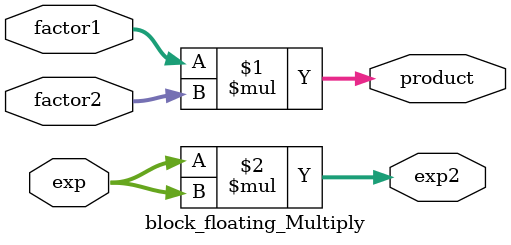
<source format=v>
`timescale 1ns / 1ps


module block_floating_Multiply
#(parameter FractionSize = 11, ExpSize = 5)
(
    input [FractionSize-1:0] factor1, factor2,
    input [ExpSize-1:0] exp,
    output [FractionSize-1:0] product,
    output [ExpSize-1:0] exp2
    );
    assign product = factor1 * factor2;
    assign exp2 = exp * exp;
endmodule

</source>
